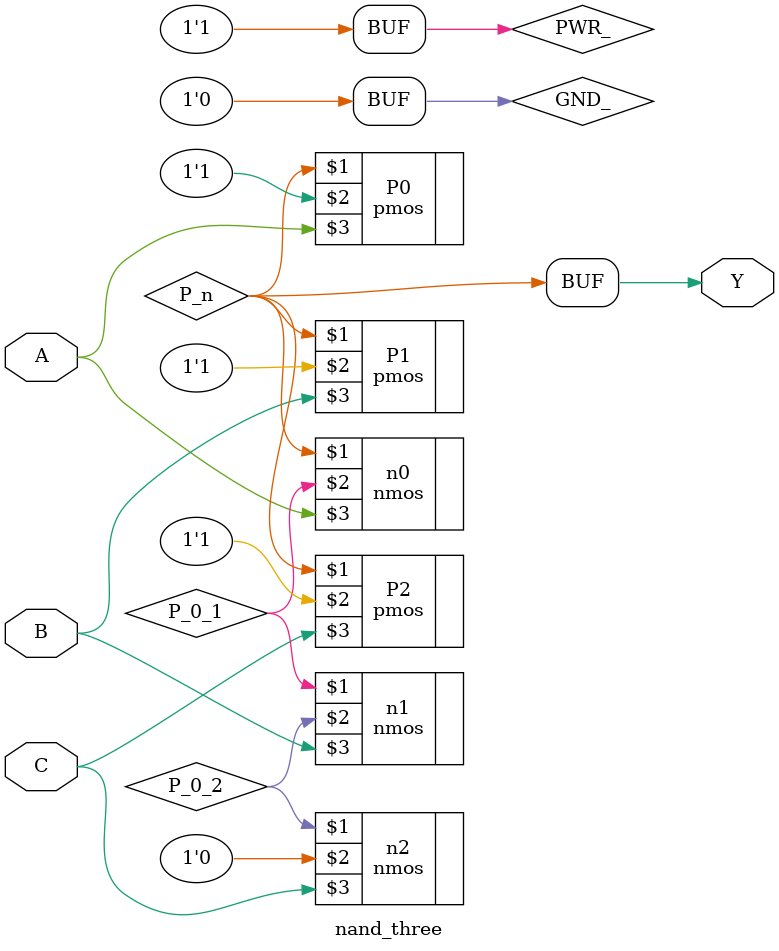
<source format=v>
`timescale 1ns / 1ps
module nand_three(
	input A , B, C,
	output Y
	);

	wire P_0_1, p_0_2, P_n;
	supply1 PWR_;
	supply0 GND_;


	// pull_up network
	pmos P0 (P_n, PWR_, A);
	pmos P1 (P_n, PWR_, B);
	pmos P2 (P_n, PWR_, C);

	//pull_down network
	nmos n0 (P_n, P_0_1, A);
	nmos n1 (P_0_1, P_0_2, B);
	nmos n2 (P_0_2, GND_, C);
	
	assign Y = P_n;
	
endmodule
</source>
